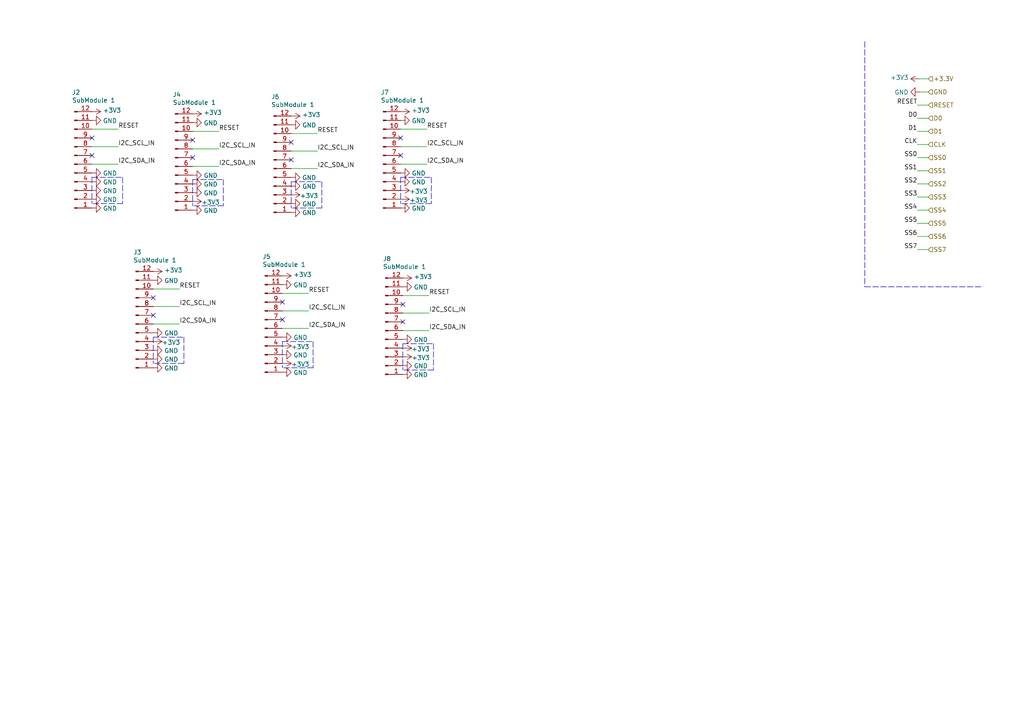
<source format=kicad_sch>
(kicad_sch (version 20210126) (generator eeschema)
  (paper "A4")
  (lib_symbols
    (symbol "Connector:Conn_01x12_Male" (pin_names (offset 1.016) hide)
      (property "Reference" "J" (at 0 15.24 0))
      (property "Value" "Conn_01x12_Male" (at 0 -17.78 0))
      (symbol "Conn_01x12_Male_1_1"
        (rectangle (start 0.8636 -15.113) (end 0 -15.367) (stroke (width 0.1524)) (fill (type outline)))
        (rectangle (start 0.8636 -12.573) (end 0 -12.827) (stroke (width 0.1524)) (fill (type outline)))
        (rectangle (start 0.8636 -10.033) (end 0 -10.287) (stroke (width 0.1524)) (fill (type outline)))
        (rectangle (start 0.8636 -7.493) (end 0 -7.747) (stroke (width 0.1524)) (fill (type outline)))
        (rectangle (start 0.8636 -4.953) (end 0 -5.207) (stroke (width 0.1524)) (fill (type outline)))
        (rectangle (start 0.8636 -2.413) (end 0 -2.667) (stroke (width 0.1524)) (fill (type outline)))
        (rectangle (start 0.8636 0.127) (end 0 -0.127) (stroke (width 0.1524)) (fill (type outline)))
        (rectangle (start 0.8636 2.667) (end 0 2.413) (stroke (width 0.1524)) (fill (type outline)))
        (rectangle (start 0.8636 5.207) (end 0 4.953) (stroke (width 0.1524)) (fill (type outline)))
        (rectangle (start 0.8636 7.747) (end 0 7.493) (stroke (width 0.1524)) (fill (type outline)))
        (rectangle (start 0.8636 10.287) (end 0 10.033) (stroke (width 0.1524)) (fill (type outline)))
        (rectangle (start 0.8636 12.827) (end 0 12.573) (stroke (width 0.1524)) (fill (type outline)))
        (polyline (pts (xy 1.27 -15.24) (xy 0.8636 -15.24)) (stroke (width 0.1524)))
        (polyline (pts (xy 1.27 -12.7) (xy 0.8636 -12.7)) (stroke (width 0.1524)))
        (polyline (pts (xy 1.27 -10.16) (xy 0.8636 -10.16)) (stroke (width 0.1524)))
        (polyline (pts (xy 1.27 -7.62) (xy 0.8636 -7.62)) (stroke (width 0.1524)))
        (polyline (pts (xy 1.27 -5.08) (xy 0.8636 -5.08)) (stroke (width 0.1524)))
        (polyline (pts (xy 1.27 -2.54) (xy 0.8636 -2.54)) (stroke (width 0.1524)))
        (polyline (pts (xy 1.27 0) (xy 0.8636 0)) (stroke (width 0.1524)))
        (polyline (pts (xy 1.27 2.54) (xy 0.8636 2.54)) (stroke (width 0.1524)))
        (polyline (pts (xy 1.27 5.08) (xy 0.8636 5.08)) (stroke (width 0.1524)))
        (polyline (pts (xy 1.27 7.62) (xy 0.8636 7.62)) (stroke (width 0.1524)))
        (polyline (pts (xy 1.27 10.16) (xy 0.8636 10.16)) (stroke (width 0.1524)))
        (polyline (pts (xy 1.27 12.7) (xy 0.8636 12.7)) (stroke (width 0.1524)))
        (pin passive line (at 5.08 12.7 180) (length 3.81) (name "Pin_1") (number "1"))
        (pin passive line (at 5.08 -10.16 180) (length 3.81) (name "Pin_10") (number "10"))
        (pin passive line (at 5.08 -12.7 180) (length 3.81) (name "Pin_11") (number "11"))
        (pin passive line (at 5.08 -15.24 180) (length 3.81) (name "Pin_12") (number "12"))
        (pin passive line (at 5.08 10.16 180) (length 3.81) (name "Pin_2") (number "2"))
        (pin passive line (at 5.08 7.62 180) (length 3.81) (name "Pin_3") (number "3"))
        (pin passive line (at 5.08 5.08 180) (length 3.81) (name "Pin_4") (number "4"))
        (pin passive line (at 5.08 2.54 180) (length 3.81) (name "Pin_5") (number "5"))
        (pin passive line (at 5.08 0 180) (length 3.81) (name "Pin_6") (number "6"))
        (pin passive line (at 5.08 -2.54 180) (length 3.81) (name "Pin_7") (number "7"))
        (pin passive line (at 5.08 -5.08 180) (length 3.81) (name "Pin_8") (number "8"))
        (pin passive line (at 5.08 -7.62 180) (length 3.81) (name "Pin_9") (number "9"))
      )
    )
    (symbol "power:+3.3V" (power) (pin_names (offset 0))
      (property "Value" "+3.3V" (at 0 3.556 0))
      (symbol "+3.3V_0_1"
        (polyline (pts (xy -0.762 1.27) (xy 0 2.54)))
        (polyline (pts (xy 0 0) (xy 0 2.54)))
        (polyline (pts (xy 0 2.54) (xy 0.762 1.27)))
      )
      (symbol "+3.3V_1_1"
        (pin power_in line (at 0 0 90) (length 0) hide (name "+3V3") (number "1"))
      )
    )
    (symbol "power:GND" (power) (pin_names (offset 0))
      (property "Value" "GND" (at 0 -3.81 0))
      (symbol "GND_0_1"
        (polyline (pts (xy 0 0) (xy 0 -1.27) (xy 1.27 -1.27) (xy 0 -2.54) (xy -1.27 -1.27) (xy 0 -1.27)))
      )
      (symbol "GND_1_1"
        (pin power_in line (at 0 0 270) (length 0) hide (name "GND") (number "1"))
      )
    )
  )
  (no_connect (at 26.67 40.005))
  (no_connect (at 26.67 45.085))
  (no_connect (at 44.45 86.36))
  (no_connect (at 44.45 91.44))
  (no_connect (at 55.88 40.64))
  (no_connect (at 55.88 45.72))
  (no_connect (at 81.915 87.63))
  (no_connect (at 81.915 92.71))
  (no_connect (at 84.455 41.275))
  (no_connect (at 84.455 46.355))
  (no_connect (at 116.205 40.005))
  (no_connect (at 116.205 45.085))
  (no_connect (at 116.84 88.265))
  (no_connect (at 116.84 93.345))
  (wire (pts (xy 34.29 37.465) (xy 26.67 37.465)))
  (wire (pts (xy 34.29 42.545) (xy 26.67 42.545)))
  (wire (pts (xy 34.29 47.625) (xy 26.67 47.625)))
  (wire (pts (xy 52.07 83.82) (xy 44.45 83.82)))
  (wire (pts (xy 52.07 88.9) (xy 44.45 88.9)))
  (wire (pts (xy 52.07 93.98) (xy 44.45 93.98)))
  (wire (pts (xy 63.5 38.1) (xy 55.88 38.1)))
  (wire (pts (xy 63.5 43.18) (xy 55.88 43.18)))
  (wire (pts (xy 63.5 48.26) (xy 55.88 48.26)))
  (wire (pts (xy 89.535 85.09) (xy 81.915 85.09)))
  (wire (pts (xy 89.535 90.17) (xy 81.915 90.17)))
  (wire (pts (xy 89.535 95.25) (xy 81.915 95.25)))
  (wire (pts (xy 92.075 38.735) (xy 84.455 38.735)))
  (wire (pts (xy 92.075 43.815) (xy 84.455 43.815)))
  (wire (pts (xy 92.075 48.895) (xy 84.455 48.895)))
  (wire (pts (xy 123.825 37.465) (xy 116.205 37.465)))
  (wire (pts (xy 123.825 42.545) (xy 116.205 42.545)))
  (wire (pts (xy 123.825 47.625) (xy 116.205 47.625)))
  (wire (pts (xy 124.46 85.725) (xy 116.84 85.725)))
  (wire (pts (xy 124.46 90.805) (xy 116.84 90.805)))
  (wire (pts (xy 124.46 95.885) (xy 116.84 95.885)))
  (wire (pts (xy 269.24 22.86) (xy 266.7 22.86)))
  (wire (pts (xy 269.24 26.67) (xy 266.7 26.67)))
  (wire (pts (xy 269.24 30.48) (xy 266.065 30.48)))
  (wire (pts (xy 269.24 34.29) (xy 266.065 34.29)))
  (wire (pts (xy 269.24 38.1) (xy 266.065 38.1)))
  (wire (pts (xy 269.24 41.91) (xy 266.065 41.91)))
  (wire (pts (xy 269.24 45.72) (xy 266.065 45.72)))
  (wire (pts (xy 269.24 49.53) (xy 266.065 49.53)))
  (wire (pts (xy 269.24 53.34) (xy 266.065 53.34)))
  (wire (pts (xy 269.24 57.15) (xy 266.065 57.15)))
  (wire (pts (xy 269.24 60.96) (xy 266.065 60.96)))
  (wire (pts (xy 269.24 64.77) (xy 266.065 64.77)))
  (wire (pts (xy 269.24 68.58) (xy 266.065 68.58)))
  (wire (pts (xy 269.24 72.39) (xy 266.065 72.39)))
  (polyline (pts (xy 26.67 51.435) (xy 26.67 59.055)) (stroke (width 0) (type dash)))
  (polyline (pts (xy 26.67 51.435) (xy 35.56 51.435)) (stroke (width 0) (type dash)))
  (polyline (pts (xy 35.56 51.435) (xy 35.56 59.055)) (stroke (width 0) (type dash)))
  (polyline (pts (xy 35.56 59.055) (xy 26.67 59.055)) (stroke (width 0) (type dash)))
  (polyline (pts (xy 44.45 97.79) (xy 44.45 105.41)) (stroke (width 0) (type dash)))
  (polyline (pts (xy 44.45 97.79) (xy 53.34 97.79)) (stroke (width 0) (type dash)))
  (polyline (pts (xy 53.34 97.79) (xy 53.34 105.41)) (stroke (width 0) (type dash)))
  (polyline (pts (xy 53.34 105.41) (xy 44.45 105.41)) (stroke (width 0) (type dash)))
  (polyline (pts (xy 55.88 52.07) (xy 55.88 59.69)) (stroke (width 0) (type dash)))
  (polyline (pts (xy 55.88 52.07) (xy 64.77 52.07)) (stroke (width 0) (type dash)))
  (polyline (pts (xy 64.77 52.07) (xy 64.77 59.69)) (stroke (width 0) (type dash)))
  (polyline (pts (xy 64.77 59.69) (xy 55.88 59.69)) (stroke (width 0) (type dash)))
  (polyline (pts (xy 81.915 99.06) (xy 81.915 106.68)) (stroke (width 0) (type dash)))
  (polyline (pts (xy 81.915 99.06) (xy 90.805 99.06)) (stroke (width 0) (type dash)))
  (polyline (pts (xy 84.455 52.705) (xy 84.455 60.325)) (stroke (width 0) (type dash)))
  (polyline (pts (xy 84.455 52.705) (xy 93.345 52.705)) (stroke (width 0) (type dash)))
  (polyline (pts (xy 90.805 99.06) (xy 90.805 106.68)) (stroke (width 0) (type dash)))
  (polyline (pts (xy 90.805 106.68) (xy 81.915 106.68)) (stroke (width 0) (type dash)))
  (polyline (pts (xy 93.345 52.705) (xy 93.345 60.325)) (stroke (width 0) (type dash)))
  (polyline (pts (xy 93.345 60.325) (xy 84.455 60.325)) (stroke (width 0) (type dash)))
  (polyline (pts (xy 116.205 51.435) (xy 116.205 59.055)) (stroke (width 0) (type dash)))
  (polyline (pts (xy 116.205 51.435) (xy 125.095 51.435)) (stroke (width 0) (type dash)))
  (polyline (pts (xy 116.84 99.695) (xy 116.84 107.315)) (stroke (width 0) (type dash)))
  (polyline (pts (xy 116.84 99.695) (xy 125.73 99.695)) (stroke (width 0) (type dash)))
  (polyline (pts (xy 125.095 51.435) (xy 125.095 59.055)) (stroke (width 0) (type dash)))
  (polyline (pts (xy 125.095 59.055) (xy 116.205 59.055)) (stroke (width 0) (type dash)))
  (polyline (pts (xy 125.73 99.695) (xy 125.73 107.315)) (stroke (width 0) (type dash)))
  (polyline (pts (xy 125.73 107.315) (xy 116.84 107.315)) (stroke (width 0) (type dash)))
  (polyline (pts (xy 250.825 12.065) (xy 250.825 83.185)) (stroke (width 0) (type dash)))
  (polyline (pts (xy 250.825 83.185) (xy 285.115 83.185)) (stroke (width 0) (type dash)))
  (label "RESET" (at 34.29 37.465 0))
  (label "I2C_SCL_IN" (at 34.29 42.545 0))
  (label "I2C_SDA_IN" (at 34.29 47.625 0))
  (label "RESET" (at 52.07 83.82 0))
  (label "I2C_SCL_IN" (at 52.07 88.9 0))
  (label "I2C_SDA_IN" (at 52.07 93.98 0))
  (label "RESET" (at 63.5 38.1 0))
  (label "I2C_SCL_IN" (at 63.5 43.18 0))
  (label "I2C_SDA_IN" (at 63.5 48.26 0))
  (label "RESET" (at 89.535 85.09 0))
  (label "I2C_SCL_IN" (at 89.535 90.17 0))
  (label "I2C_SDA_IN" (at 89.535 95.25 0))
  (label "RESET" (at 92.075 38.735 0))
  (label "I2C_SCL_IN" (at 92.075 43.815 0))
  (label "I2C_SDA_IN" (at 92.075 48.895 0))
  (label "RESET" (at 123.825 37.465 0))
  (label "I2C_SCL_IN" (at 123.825 42.545 0))
  (label "I2C_SDA_IN" (at 123.825 47.625 0))
  (label "RESET" (at 124.46 85.725 0))
  (label "I2C_SCL_IN" (at 124.46 90.805 0))
  (label "I2C_SDA_IN" (at 124.46 95.885 0))
  (label "RESET" (at 266.065 30.48 180))
  (label "D0" (at 266.065 34.29 180))
  (label "D1" (at 266.065 38.1 180))
  (label "CLK" (at 266.065 41.91 180))
  (label "SS0" (at 266.065 45.72 180))
  (label "SS1" (at 266.065 49.53 180))
  (label "SS2" (at 266.065 53.34 180))
  (label "SS3" (at 266.065 57.15 180))
  (label "SS4" (at 266.065 60.96 180))
  (label "SS5" (at 266.065 64.77 180))
  (label "SS6" (at 266.065 68.58 180))
  (label "SS7" (at 266.065 72.39 180))
  (hierarchical_label "+3.3V" (shape input) (at 269.24 22.86 0))
  (hierarchical_label "GND" (shape input) (at 269.24 26.67 0))
  (hierarchical_label "RESET" (shape input) (at 269.24 30.48 0))
  (hierarchical_label "D0" (shape input) (at 269.24 34.29 0))
  (hierarchical_label "D1" (shape input) (at 269.24 38.1 0))
  (hierarchical_label "CLK" (shape input) (at 269.24 41.91 0))
  (hierarchical_label "SS0" (shape input) (at 269.24 45.72 0))
  (hierarchical_label "SS1" (shape input) (at 269.24 49.53 0))
  (hierarchical_label "SS2" (shape input) (at 269.24 53.34 0))
  (hierarchical_label "SS3" (shape input) (at 269.24 57.15 0))
  (hierarchical_label "SS4" (shape input) (at 269.24 60.96 0))
  (hierarchical_label "SS5" (shape input) (at 269.24 64.77 0))
  (hierarchical_label "SS6" (shape input) (at 269.24 68.58 0))
  (hierarchical_label "SS7" (shape input) (at 269.24 72.39 0))
  (symbol (lib_id "power:+3.3V") (at 26.67 32.385 270) (mirror x) (unit 1)
    (property "Reference" "#PWR0180" (effects hide))
    (property "Value" "+3.3V" (at 29.8451 32.0167 90) (effects (justify left)))
  )
  (symbol (lib_id "power:+3.3V") (at 44.45 78.74 270) (mirror x) (unit 1)
    (property "Reference" "#PWR0162" (effects hide))
    (property "Value" "+3.3V" (at 47.6251 78.3717 90) (effects (justify left)))
  )
  (symbol (lib_id "power:+3.3V") (at 44.45 99.06 270) (mirror x) (unit 1)
    (property "Reference" "#PWR0167" (effects hide))
    (property "Value" "+3.3V" (at 46.9901 99.3267 90) (effects (justify left)))
  )
  (symbol (lib_id "power:+3.3V") (at 55.88 33.02 270) (mirror x) (unit 1)
    (property "Reference" "#PWR0152" (effects hide))
    (property "Value" "+3.3V" (at 59.0551 32.6517 90) (effects (justify left)))
  )
  (symbol (lib_id "power:+3.3V") (at 55.88 58.42 270) (mirror x) (unit 1)
    (property "Reference" "#PWR0154" (effects hide))
    (property "Value" "+3.3V" (at 58.4201 58.6867 90) (effects (justify left)))
  )
  (symbol (lib_id "power:+3.3V") (at 81.915 80.01 270) (mirror x) (unit 1)
    (property "Reference" "#PWR0169" (effects hide))
    (property "Value" "+3.3V" (at 85.0901 79.6417 90) (effects (justify left)))
  )
  (symbol (lib_id "power:+3.3V") (at 81.915 100.33 270) (mirror x) (unit 1)
    (property "Reference" "#PWR0164" (effects hide))
    (property "Value" "+3.3V" (at 84.4551 100.5967 90) (effects (justify left)))
  )
  (symbol (lib_id "power:+3.3V") (at 81.915 105.41 270) (mirror x) (unit 1)
    (property "Reference" "#PWR0160" (effects hide))
    (property "Value" "+3.3V" (at 84.4551 105.6767 90) (effects (justify left)))
  )
  (symbol (lib_id "power:+3.3V") (at 84.455 33.655 270) (mirror x) (unit 1)
    (property "Reference" "#PWR0148" (effects hide))
    (property "Value" "+3.3V" (at 87.6301 33.2867 90) (effects (justify left)))
  )
  (symbol (lib_id "power:+3.3V") (at 84.455 56.515 270) (mirror x) (unit 1)
    (property "Reference" "#PWR0150" (effects hide))
    (property "Value" "+3.3V" (at 86.9951 56.7817 90) (effects (justify left)))
  )
  (symbol (lib_id "power:+3.3V") (at 116.205 32.385 270) (mirror x) (unit 1)
    (property "Reference" "#PWR0143" (effects hide))
    (property "Value" "+3.3V" (at 119.3801 32.0167 90) (effects (justify left)))
  )
  (symbol (lib_id "power:+3.3V") (at 116.205 55.245 270) (mirror x) (unit 1)
    (property "Reference" "#PWR0145" (effects hide))
    (property "Value" "+3.3V" (at 118.7451 55.5117 90) (effects (justify left)))
  )
  (symbol (lib_id "power:+3.3V") (at 116.205 57.785 270) (mirror x) (unit 1)
    (property "Reference" "#PWR0144" (effects hide))
    (property "Value" "+3.3V" (at 118.7451 58.0517 90) (effects (justify left)))
  )
  (symbol (lib_id "power:+3.3V") (at 116.84 80.645 270) (mirror x) (unit 1)
    (property "Reference" "#PWR0187" (effects hide))
    (property "Value" "+3.3V" (at 120.0151 80.2767 90) (effects (justify left)))
  )
  (symbol (lib_id "power:+3.3V") (at 116.84 100.965 270) (mirror x) (unit 1)
    (property "Reference" "#PWR0194" (effects hide))
    (property "Value" "+3.3V" (at 119.3801 101.2317 90) (effects (justify left)))
  )
  (symbol (lib_id "power:+3.3V") (at 116.84 103.505 270) (mirror x) (unit 1)
    (property "Reference" "#PWR0205" (effects hide))
    (property "Value" "+3.3V" (at 119.3801 103.7717 90) (effects (justify left)))
  )
  (symbol (lib_id "power:+3.3V") (at 266.7 22.86 90) (unit 1)
    (property "Reference" "#PWR0171" (effects hide))
    (property "Value" "+3.3V" (at 263.5249 22.4917 90) (effects (justify left)))
  )
  (symbol (lib_id "power:GND") (at 26.67 34.925 90) (mirror x) (unit 1)
    (property "Reference" "#PWR0179" (effects hide))
    (property "Value" "GND" (at 29.845 35.0393 90) (effects (justify right)))
  )
  (symbol (lib_id "power:GND") (at 26.67 50.165 90) (mirror x) (unit 1)
    (property "Reference" "#PWR0173" (effects hide))
    (property "Value" "GND" (at 29.845 50.2793 90) (effects (justify right)))
  )
  (symbol (lib_id "power:GND") (at 26.67 52.705 90) (mirror x) (unit 1)
    (property "Reference" "#PWR0174" (effects hide))
    (property "Value" "GND" (at 29.845 52.8193 90) (effects (justify right)))
  )
  (symbol (lib_id "power:GND") (at 26.67 55.245 90) (mirror x) (unit 1)
    (property "Reference" "#PWR0175" (effects hide))
    (property "Value" "GND" (at 29.845 55.3593 90) (effects (justify right)))
  )
  (symbol (lib_id "power:GND") (at 26.67 57.785 90) (mirror x) (unit 1)
    (property "Reference" "#PWR0178" (effects hide))
    (property "Value" "GND" (at 29.845 57.8993 90) (effects (justify right)))
  )
  (symbol (lib_id "power:GND") (at 26.67 60.325 90) (mirror x) (unit 1)
    (property "Reference" "#PWR0177" (effects hide))
    (property "Value" "GND" (at 29.845 60.4393 90) (effects (justify right)))
  )
  (symbol (lib_id "power:GND") (at 44.45 81.28 90) (mirror x) (unit 1)
    (property "Reference" "#PWR0163" (effects hide))
    (property "Value" "GND" (at 47.625 81.3943 90) (effects (justify right)))
  )
  (symbol (lib_id "power:GND") (at 44.45 96.52 90) (mirror x) (unit 1)
    (property "Reference" "#PWR0168" (effects hide))
    (property "Value" "GND" (at 47.625 96.6343 90) (effects (justify right)))
  )
  (symbol (lib_id "power:GND") (at 44.45 101.6 90) (mirror x) (unit 1)
    (property "Reference" "#PWR0166" (effects hide))
    (property "Value" "GND" (at 47.625 101.7143 90) (effects (justify right)))
  )
  (symbol (lib_id "power:GND") (at 44.45 104.14 90) (mirror x) (unit 1)
    (property "Reference" "#PWR0158" (effects hide))
    (property "Value" "GND" (at 47.625 104.2543 90) (effects (justify right)))
  )
  (symbol (lib_id "power:GND") (at 44.45 106.68 90) (mirror x) (unit 1)
    (property "Reference" "#PWR0159" (effects hide))
    (property "Value" "GND" (at 47.625 106.7943 90) (effects (justify right)))
  )
  (symbol (lib_id "power:GND") (at 55.88 35.56 90) (mirror x) (unit 1)
    (property "Reference" "#PWR0153" (effects hide))
    (property "Value" "GND" (at 59.055 35.6743 90) (effects (justify right)))
  )
  (symbol (lib_id "power:GND") (at 55.88 50.8 90) (mirror x) (unit 1)
    (property "Reference" "#PWR0155" (effects hide))
    (property "Value" "GND" (at 59.055 50.9143 90) (effects (justify right)))
  )
  (symbol (lib_id "power:GND") (at 55.88 53.34 90) (mirror x) (unit 1)
    (property "Reference" "#PWR0156" (effects hide))
    (property "Value" "GND" (at 59.055 53.4543 90) (effects (justify right)))
  )
  (symbol (lib_id "power:GND") (at 55.88 55.88 90) (mirror x) (unit 1)
    (property "Reference" "#PWR0157" (effects hide))
    (property "Value" "GND" (at 59.055 55.9943 90) (effects (justify right)))
  )
  (symbol (lib_id "power:GND") (at 55.88 60.96 90) (mirror x) (unit 1)
    (property "Reference" "#PWR0176" (effects hide))
    (property "Value" "GND" (at 59.055 61.0743 90) (effects (justify right)))
  )
  (symbol (lib_id "power:GND") (at 81.915 82.55 90) (mirror x) (unit 1)
    (property "Reference" "#PWR0170" (effects hide))
    (property "Value" "GND" (at 85.09 82.6643 90) (effects (justify right)))
  )
  (symbol (lib_id "power:GND") (at 81.915 97.79 90) (mirror x) (unit 1)
    (property "Reference" "#PWR0165" (effects hide))
    (property "Value" "GND" (at 85.09 97.9043 90) (effects (justify right)))
  )
  (symbol (lib_id "power:GND") (at 81.915 102.87 90) (mirror x) (unit 1)
    (property "Reference" "#PWR0161" (effects hide))
    (property "Value" "GND" (at 85.09 102.9843 90) (effects (justify right)))
  )
  (symbol (lib_id "power:GND") (at 81.915 107.95 90) (mirror x) (unit 1)
    (property "Reference" "#PWR0189" (effects hide))
    (property "Value" "GND" (at 85.09 108.0643 90) (effects (justify right)))
  )
  (symbol (lib_id "power:GND") (at 84.455 36.195 90) (mirror x) (unit 1)
    (property "Reference" "#PWR0147" (effects hide))
    (property "Value" "GND" (at 87.63 36.3093 90) (effects (justify right)))
  )
  (symbol (lib_id "power:GND") (at 84.455 51.435 90) (mirror x) (unit 1)
    (property "Reference" "#PWR0149" (effects hide))
    (property "Value" "GND" (at 87.63 51.5493 90) (effects (justify right)))
  )
  (symbol (lib_id "power:GND") (at 84.455 53.975 90) (mirror x) (unit 1)
    (property "Reference" "#PWR0151" (effects hide))
    (property "Value" "GND" (at 87.63 54.0893 90) (effects (justify right)))
  )
  (symbol (lib_id "power:GND") (at 84.455 59.055 90) (mirror x) (unit 1)
    (property "Reference" "#PWR0138" (effects hide))
    (property "Value" "GND" (at 87.63 59.1693 90) (effects (justify right)))
  )
  (symbol (lib_id "power:GND") (at 84.455 61.595 90) (mirror x) (unit 1)
    (property "Reference" "#PWR0139" (effects hide))
    (property "Value" "GND" (at 87.63 61.7093 90) (effects (justify right)))
  )
  (symbol (lib_id "power:GND") (at 116.205 34.925 90) (mirror x) (unit 1)
    (property "Reference" "#PWR0142" (effects hide))
    (property "Value" "GND" (at 119.38 35.0393 90) (effects (justify right)))
  )
  (symbol (lib_id "power:GND") (at 116.205 50.165 90) (mirror x) (unit 1)
    (property "Reference" "#PWR0146" (effects hide))
    (property "Value" "GND" (at 119.38 50.2793 90) (effects (justify right)))
  )
  (symbol (lib_id "power:GND") (at 116.205 52.705 90) (mirror x) (unit 1)
    (property "Reference" "#PWR0140" (effects hide))
    (property "Value" "GND" (at 119.38 52.8193 90) (effects (justify right)))
  )
  (symbol (lib_id "power:GND") (at 116.205 60.325 90) (mirror x) (unit 1)
    (property "Reference" "#PWR0141" (effects hide))
    (property "Value" "GND" (at 119.38 60.4393 90) (effects (justify right)))
  )
  (symbol (lib_id "power:GND") (at 116.84 83.185 90) (mirror x) (unit 1)
    (property "Reference" "#PWR0188" (effects hide))
    (property "Value" "GND" (at 120.015 83.2993 90) (effects (justify right)))
  )
  (symbol (lib_id "power:GND") (at 116.84 98.425 90) (mirror x) (unit 1)
    (property "Reference" "#PWR0186" (effects hide))
    (property "Value" "GND" (at 120.015 98.5393 90) (effects (justify right)))
  )
  (symbol (lib_id "power:GND") (at 116.84 106.045 90) (mirror x) (unit 1)
    (property "Reference" "#PWR0182" (effects hide))
    (property "Value" "GND" (at 120.015 106.1593 90) (effects (justify right)))
  )
  (symbol (lib_id "power:GND") (at 116.84 108.585 90) (mirror x) (unit 1)
    (property "Reference" "#PWR0181" (effects hide))
    (property "Value" "GND" (at 120.015 108.6993 90) (effects (justify right)))
  )
  (symbol (lib_id "power:GND") (at 266.7 26.67 270) (unit 1)
    (property "Reference" "#PWR0172" (effects hide))
    (property "Value" "GND" (at 263.525 26.7843 90) (effects (justify right)))
  )
  (symbol (lib_id "Connector:Conn_01x12_Male") (at 21.59 47.625 0) (mirror x) (unit 1)
    (property "Reference" "J2" (at 22.073 26.803 0))
    (property "Value" "SubModule 1" (at 27.153 29.102 0))
    (property "Footprint" "Connector_PinHeader_2.54mm:PinHeader_2x06_P2.54mm_Vertical_SMD" (effects hide))
  )
  (symbol (lib_id "Connector:Conn_01x12_Male") (at 39.37 93.98 0) (mirror x) (unit 1)
    (property "Reference" "J3" (at 39.853 73.158 0))
    (property "Value" "SubModule 1" (at 44.933 75.457 0))
    (property "Footprint" "Connector_PinHeader_2.54mm:PinHeader_2x06_P2.54mm_Vertical_SMD" (effects hide))
  )
  (symbol (lib_id "Connector:Conn_01x12_Male") (at 50.8 48.26 0) (mirror x) (unit 1)
    (property "Reference" "J4" (at 51.283 27.438 0))
    (property "Value" "SubModule 1" (at 56.363 29.737 0))
    (property "Footprint" "Connector_PinHeader_2.54mm:PinHeader_2x06_P2.54mm_Vertical_SMD" (effects hide))
  )
  (symbol (lib_id "Connector:Conn_01x12_Male") (at 76.835 95.25 0) (mirror x) (unit 1)
    (property "Reference" "J5" (at 77.318 74.428 0))
    (property "Value" "SubModule 1" (at 82.398 76.727 0))
    (property "Footprint" "Connector_PinHeader_2.54mm:PinHeader_2x06_P2.54mm_Vertical_SMD" (effects hide))
  )
  (symbol (lib_id "Connector:Conn_01x12_Male") (at 79.375 48.895 0) (mirror x) (unit 1)
    (property "Reference" "J6" (at 79.858 28.073 0))
    (property "Value" "SubModule 1" (at 84.938 30.372 0))
    (property "Footprint" "Connector_PinHeader_2.54mm:PinHeader_2x06_P2.54mm_Vertical_SMD" (effects hide))
  )
  (symbol (lib_id "Connector:Conn_01x12_Male") (at 111.125 47.625 0) (mirror x) (unit 1)
    (property "Reference" "J7" (at 111.608 26.803 0))
    (property "Value" "SubModule 1" (at 116.688 29.102 0))
    (property "Footprint" "Connector_PinHeader_2.54mm:PinHeader_2x06_P2.54mm_Vertical_SMD" (effects hide))
  )
  (symbol (lib_id "Connector:Conn_01x12_Male") (at 111.76 95.885 0) (mirror x) (unit 1)
    (property "Reference" "J8" (at 112.243 75.063 0))
    (property "Value" "SubModule 1" (at 117.323 77.362 0))
    (property "Footprint" "Connector_PinHeader_2.54mm:PinHeader_2x06_P2.54mm_Vertical_SMD" (effects hide))
  )
)
</source>
